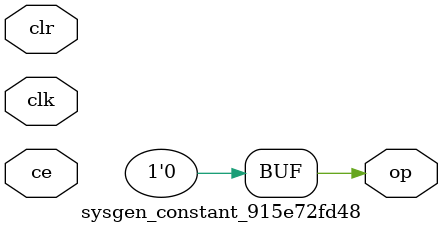
<source format=v>
module sysgen_constant_915e72fd48 (
  output [(1 - 1):0] op,
  input clk,
  input ce,
  input clr);
  assign op = 1'b0;
endmodule
</source>
